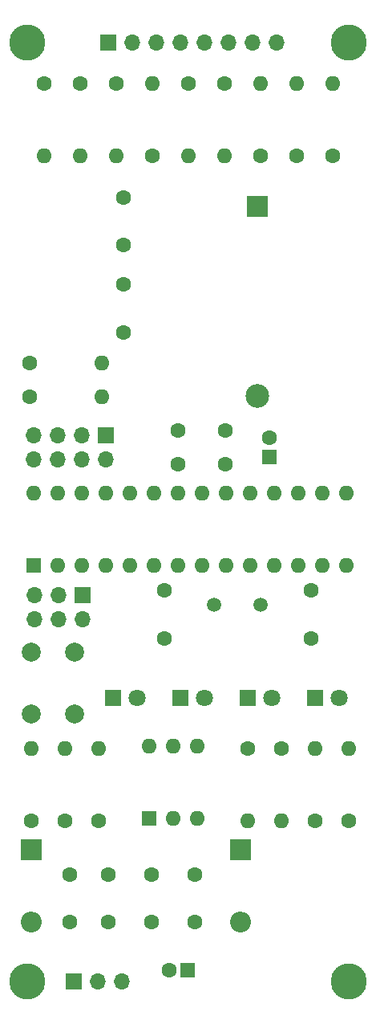
<source format=gbs>
G04 #@! TF.GenerationSoftware,KiCad,Pcbnew,6.0.7-f9a2dced07~116~ubuntu20.04.1*
G04 #@! TF.CreationDate,2022-09-25T20:21:23+02:00*
G04 #@! TF.ProjectId,Wordclock,576f7264-636c-46f6-936b-2e6b69636164,v01.3*
G04 #@! TF.SameCoordinates,Original*
G04 #@! TF.FileFunction,Soldermask,Bot*
G04 #@! TF.FilePolarity,Negative*
%FSLAX46Y46*%
G04 Gerber Fmt 4.6, Leading zero omitted, Abs format (unit mm)*
G04 Created by KiCad (PCBNEW 6.0.7-f9a2dced07~116~ubuntu20.04.1) date 2022-09-25 20:21:23*
%MOMM*%
%LPD*%
G01*
G04 APERTURE LIST*
%ADD10R,2.170000X2.170000*%
%ADD11C,2.500000*%
%ADD12C,1.600000*%
%ADD13R,1.600000X1.600000*%
%ADD14R,1.700000X1.700000*%
%ADD15O,1.700000X1.700000*%
%ADD16R,1.800000X1.800000*%
%ADD17C,1.800000*%
%ADD18O,1.600000X1.600000*%
%ADD19C,1.500000*%
%ADD20C,3.800000*%
%ADD21R,2.200000X2.200000*%
%ADD22O,2.200000X2.200000*%
%ADD23C,2.000000*%
G04 APERTURE END LIST*
D10*
X162179000Y-66802000D03*
D11*
X162179000Y-86802000D03*
D12*
X142367000Y-142240000D03*
X142367000Y-137240000D03*
X155575000Y-142240000D03*
X155575000Y-137240000D03*
X146431000Y-137240000D03*
X146431000Y-142240000D03*
D13*
X163449000Y-93218000D03*
D12*
X163449000Y-91218000D03*
D13*
X154887000Y-147320000D03*
D12*
X152887000Y-147320000D03*
X151003000Y-137240000D03*
X151003000Y-142240000D03*
X152400000Y-112315000D03*
X152400000Y-107315000D03*
X167894000Y-112315000D03*
X167894000Y-107315000D03*
X148082000Y-70866000D03*
X148082000Y-65866000D03*
X148082000Y-75057000D03*
X148082000Y-80057000D03*
D14*
X146431000Y-49524000D03*
D15*
X148971000Y-49524000D03*
X151511000Y-49524000D03*
X154051000Y-49524000D03*
X156591000Y-49524000D03*
X159131000Y-49524000D03*
X161671000Y-49524000D03*
X164211000Y-49524000D03*
D16*
X168275000Y-118618000D03*
D17*
X170815000Y-118618000D03*
D16*
X146939000Y-118618000D03*
D17*
X149479000Y-118618000D03*
D12*
X138303000Y-131572000D03*
D18*
X138303000Y-123952000D03*
D12*
X145415000Y-131572000D03*
D18*
X145415000Y-123952000D03*
D12*
X161163000Y-123952000D03*
D18*
X161163000Y-131572000D03*
D12*
X168275000Y-131572000D03*
D18*
X168275000Y-123952000D03*
D12*
X171831000Y-131572000D03*
D18*
X171831000Y-123952000D03*
D12*
X141859000Y-131572000D03*
D18*
X141859000Y-123952000D03*
D12*
X164719000Y-123952000D03*
D18*
X164719000Y-131572000D03*
D12*
X138176000Y-86868000D03*
D18*
X145796000Y-86868000D03*
D12*
X138176000Y-83312000D03*
D18*
X145796000Y-83312000D03*
D16*
X161163000Y-118618000D03*
D17*
X163703000Y-118618000D03*
D13*
X150749000Y-131318000D03*
D18*
X153289000Y-131318000D03*
X155829000Y-131318000D03*
X155829000Y-123698000D03*
X153289000Y-123698000D03*
X150749000Y-123698000D03*
D16*
X154051000Y-118618000D03*
D17*
X156591000Y-118618000D03*
D19*
X157680000Y-108839000D03*
X162560000Y-108839000D03*
D20*
X137887000Y-148524000D03*
X171887000Y-148524000D03*
X171887000Y-49524000D03*
D21*
X138303000Y-134620000D03*
D22*
X138303000Y-142240000D03*
D21*
X160401000Y-134620000D03*
D22*
X160401000Y-142240000D03*
D14*
X142807000Y-148524000D03*
D15*
X145347000Y-148524000D03*
X147887000Y-148524000D03*
D13*
X138557000Y-104648000D03*
D18*
X141097000Y-104648000D03*
X143637000Y-104648000D03*
X146177000Y-104648000D03*
X148717000Y-104648000D03*
X151257000Y-104648000D03*
X153797000Y-104648000D03*
X156337000Y-104648000D03*
X158877000Y-104648000D03*
X161417000Y-104648000D03*
X163957000Y-104648000D03*
X166497000Y-104648000D03*
X169037000Y-104648000D03*
X171577000Y-104648000D03*
X171577000Y-97028000D03*
X169037000Y-97028000D03*
X166497000Y-97028000D03*
X163957000Y-97028000D03*
X161417000Y-97028000D03*
X158877000Y-97028000D03*
X156337000Y-97028000D03*
X153797000Y-97028000D03*
X151257000Y-97028000D03*
X148717000Y-97028000D03*
X146177000Y-97028000D03*
X143637000Y-97028000D03*
X141097000Y-97028000D03*
X138557000Y-97028000D03*
D12*
X153797000Y-90424000D03*
X158797000Y-90424000D03*
X139700000Y-53848000D03*
D18*
X139700000Y-61468000D03*
D12*
X154940000Y-53848000D03*
D18*
X154940000Y-61468000D03*
D12*
X151130000Y-61468000D03*
D18*
X151130000Y-53848000D03*
D12*
X143510000Y-53848000D03*
D18*
X143510000Y-61468000D03*
D12*
X166370000Y-61468000D03*
D18*
X166370000Y-53848000D03*
D12*
X162560000Y-61468000D03*
D18*
X162560000Y-53848000D03*
D12*
X170180000Y-61468000D03*
D18*
X170180000Y-53848000D03*
D20*
X137887000Y-49524000D03*
D12*
X147320000Y-53848000D03*
D18*
X147320000Y-61468000D03*
D23*
X138375000Y-120292000D03*
X138375000Y-113792000D03*
X142875000Y-113792000D03*
X142875000Y-120292000D03*
D14*
X143764000Y-107823000D03*
D15*
X143764000Y-110363000D03*
X141224000Y-107823000D03*
X141224000Y-110363000D03*
X138684000Y-107823000D03*
X138684000Y-110363000D03*
D12*
X153797000Y-93980000D03*
X158797000Y-93980000D03*
D14*
X146177000Y-90932000D03*
D15*
X146177000Y-93472000D03*
X143637000Y-90932000D03*
X143637000Y-93472000D03*
X141097000Y-90932000D03*
X141097000Y-93472000D03*
X138557000Y-90932000D03*
X138557000Y-93472000D03*
D12*
X158750000Y-53848000D03*
D18*
X158750000Y-61468000D03*
M02*

</source>
